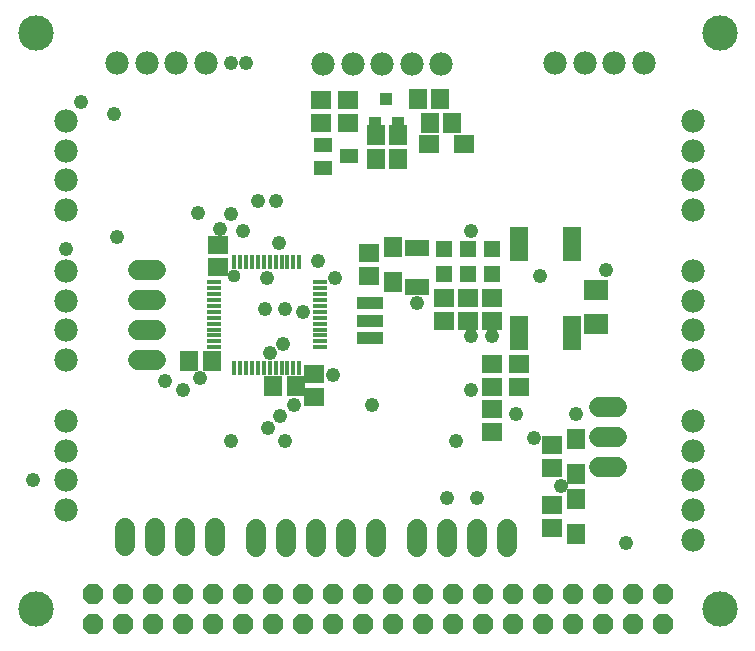
<source format=gts>
G75*
G70*
%OFA0B0*%
%FSLAX24Y24*%
%IPPOS*%
%LPD*%
%AMOC8*
5,1,8,0,0,1.08239X$1,22.5*
%
%ADD10C,0.1182*%
%ADD11R,0.0592X0.0671*%
%ADD12R,0.0390X0.0430*%
%ADD13R,0.0710X0.0631*%
%ADD14C,0.0680*%
%ADD15R,0.0474X0.0159*%
%ADD16R,0.0159X0.0474*%
%ADD17R,0.0671X0.0592*%
%ADD18R,0.0631X0.0710*%
%ADD19R,0.0789X0.0552*%
%ADD20R,0.0790X0.0710*%
%ADD21C,0.0780*%
%ADD22R,0.0552X0.0552*%
%ADD23R,0.0867X0.0395*%
%ADD24OC8,0.0680*%
%ADD25R,0.0631X0.0474*%
%ADD26R,0.0631X0.1182*%
%ADD27C,0.0480*%
%ADD28C,0.0437*%
D10*
X001819Y001580D03*
X001819Y020780D03*
X024619Y020780D03*
X024619Y001580D03*
D11*
X010486Y009040D03*
X009738Y009040D03*
X007681Y009876D03*
X006933Y009876D03*
X013145Y016580D03*
X013893Y016580D03*
X013893Y017380D03*
X013145Y017380D03*
X014545Y018580D03*
X015293Y018580D03*
X014945Y017780D03*
X015693Y017780D03*
D12*
X013889Y017780D03*
X013129Y017780D03*
X013509Y018580D03*
D13*
X014928Y017080D03*
X016109Y017080D03*
D14*
X020594Y008338D02*
X021194Y008338D01*
X021194Y007338D02*
X020594Y007338D01*
X020594Y006338D02*
X021194Y006338D01*
X017521Y004265D02*
X017521Y003665D01*
X016521Y003665D02*
X016521Y004265D01*
X015521Y004265D02*
X015521Y003665D01*
X014521Y003665D02*
X014521Y004265D01*
X013156Y004273D02*
X013156Y003673D01*
X012156Y003673D02*
X012156Y004273D01*
X011156Y004273D02*
X011156Y003673D01*
X010156Y003673D02*
X010156Y004273D01*
X009156Y004273D02*
X009156Y003673D01*
X007791Y003680D02*
X007791Y004280D01*
X006791Y004280D02*
X006791Y003680D01*
X005791Y003680D02*
X005791Y004280D01*
X004791Y004280D02*
X004791Y003680D01*
X005219Y009880D02*
X005819Y009880D01*
X005819Y010880D02*
X005219Y010880D01*
X005219Y011880D02*
X005819Y011880D01*
X005819Y012880D02*
X005219Y012880D01*
D15*
X007750Y012485D03*
X007750Y012288D03*
X007750Y012091D03*
X007750Y011894D03*
X007750Y011697D03*
X007750Y011500D03*
X007750Y011304D03*
X007750Y011107D03*
X007750Y010910D03*
X007750Y010713D03*
X007750Y010516D03*
X007750Y010319D03*
X011293Y010319D03*
X011293Y010516D03*
X011293Y010713D03*
X011293Y010910D03*
X011293Y011107D03*
X011293Y011304D03*
X011293Y011500D03*
X011293Y011697D03*
X011293Y011894D03*
X011293Y012091D03*
X011293Y012288D03*
X011293Y012485D03*
D16*
X010604Y013174D03*
X010407Y013174D03*
X010211Y013174D03*
X010014Y013174D03*
X009817Y013174D03*
X009620Y013174D03*
X009423Y013174D03*
X009226Y013174D03*
X009030Y013174D03*
X008833Y013174D03*
X008636Y013174D03*
X008439Y013174D03*
X008439Y009630D03*
X008636Y009630D03*
X008833Y009630D03*
X009030Y009630D03*
X009226Y009630D03*
X009423Y009630D03*
X009620Y009630D03*
X009817Y009630D03*
X010014Y009630D03*
X010211Y009630D03*
X010407Y009630D03*
X010604Y009630D03*
D17*
X011096Y009414D03*
X011096Y008666D03*
X015419Y011206D03*
X015419Y011954D03*
X016219Y011954D03*
X016219Y011206D03*
X017019Y011206D03*
X017019Y011954D03*
X017019Y009754D03*
X017019Y009006D03*
X017019Y008254D03*
X017019Y007506D03*
X017919Y009006D03*
X017919Y009754D03*
X019019Y007054D03*
X019019Y006306D03*
X019019Y005054D03*
X019019Y004306D03*
X012919Y012706D03*
X012919Y013454D03*
X012219Y017806D03*
X012219Y018554D03*
X011319Y018554D03*
X011319Y017806D03*
X007898Y013745D03*
X007898Y012997D03*
D18*
X013719Y012489D03*
X013719Y013671D03*
X019819Y007271D03*
X019819Y006089D03*
X019819Y005271D03*
X019819Y004089D03*
D19*
X014517Y012332D03*
X014517Y013631D03*
D20*
X020496Y012214D03*
X020496Y011094D03*
D21*
X023719Y010888D03*
X023719Y009904D03*
X023719Y011872D03*
X023719Y012856D03*
X023719Y014904D03*
X023719Y015888D03*
X023719Y016872D03*
X023719Y017856D03*
X022095Y019780D03*
X021111Y019780D03*
X020127Y019780D03*
X019143Y019780D03*
X015341Y019767D03*
X014357Y019767D03*
X013372Y019767D03*
X012388Y019767D03*
X011404Y019767D03*
X007495Y019780D03*
X006511Y019780D03*
X005527Y019780D03*
X004543Y019780D03*
X002819Y017856D03*
X002819Y016872D03*
X002819Y015888D03*
X002819Y014904D03*
X002819Y012856D03*
X002819Y011872D03*
X002819Y010888D03*
X002819Y009904D03*
X002819Y007856D03*
X002819Y006872D03*
X002819Y005888D03*
X002819Y004904D03*
X023719Y004896D03*
X023719Y005880D03*
X023719Y006864D03*
X023719Y007849D03*
X023719Y003911D03*
D22*
X017019Y012767D03*
X016219Y012767D03*
X015419Y012767D03*
X015419Y013593D03*
X016219Y013593D03*
X017019Y013593D03*
D23*
X012967Y011796D03*
X012967Y011205D03*
X012967Y010615D03*
D24*
X012719Y002080D03*
X013719Y002080D03*
X014719Y002080D03*
X015719Y002080D03*
X016719Y002080D03*
X017719Y002080D03*
X018719Y002080D03*
X019719Y002080D03*
X020719Y002080D03*
X021719Y002080D03*
X022719Y002080D03*
X022719Y001080D03*
X021719Y001080D03*
X020719Y001080D03*
X019719Y001080D03*
X018719Y001080D03*
X017719Y001080D03*
X016719Y001080D03*
X015719Y001080D03*
X014719Y001080D03*
X013719Y001080D03*
X012719Y001080D03*
X011719Y001080D03*
X010719Y001080D03*
X009719Y001080D03*
X008719Y001080D03*
X007719Y001080D03*
X006719Y001080D03*
X005719Y001080D03*
X004719Y001080D03*
X003719Y001080D03*
X003719Y002080D03*
X004719Y002080D03*
X005719Y002080D03*
X006719Y002080D03*
X007719Y002080D03*
X008719Y002080D03*
X009719Y002080D03*
X010719Y002080D03*
X011719Y002080D03*
D25*
X011386Y016306D03*
X012252Y016680D03*
X011386Y017054D03*
D26*
X017933Y013776D03*
X019705Y013776D03*
X019705Y010784D03*
X017933Y010784D03*
D27*
X017019Y010680D03*
X016319Y010680D03*
X014519Y011780D03*
X011785Y012632D03*
X011219Y013180D03*
X009919Y013780D03*
X009534Y012618D03*
X009472Y011608D03*
X010112Y011605D03*
X010719Y011480D03*
X010063Y010416D03*
X009619Y010143D03*
X011719Y009380D03*
X013019Y008380D03*
X010419Y008380D03*
X009969Y008030D03*
X009569Y007630D03*
X010119Y007180D03*
X008319Y007180D03*
X006719Y008880D03*
X007307Y009284D03*
X006119Y009180D03*
X001719Y005880D03*
X002819Y013580D03*
X004519Y013980D03*
X007219Y014780D03*
X007947Y014256D03*
X008341Y014749D03*
X008736Y014204D03*
X009219Y015180D03*
X009819Y015180D03*
X004419Y018080D03*
X003319Y018480D03*
X008319Y019780D03*
X008819Y019780D03*
X016319Y014180D03*
X018622Y012693D03*
X020819Y012880D03*
X016319Y008880D03*
X017819Y008080D03*
X018419Y007280D03*
X019819Y008080D03*
X019319Y005680D03*
X021494Y003805D03*
X016519Y005280D03*
X015519Y005280D03*
X015819Y007180D03*
D28*
X008419Y012680D03*
M02*

</source>
